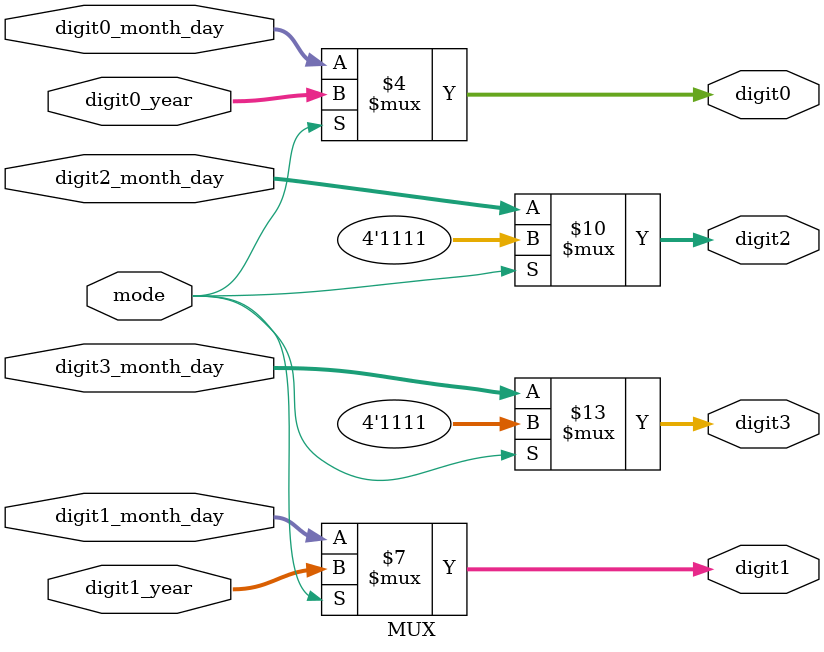
<source format=v>
`timescale 1ns / 1ps
`define SHOW_MONTH_DAY 0
`define SHOW_YEAR 1 

module MUX(
    output reg [3:0]digit3,
    output reg [3:0]digit2,
    output reg [3:0]digit1,
    output reg [3:0]digit0,
    input mode,
    input [3:0]digit3_month_day,
    input [3:0]digit2_month_day,
    input [3:0]digit1_month_day,
    input [3:0]digit0_month_day,
    input [3:0]digit1_year,
    input [3:0]digit0_year
    );
    
always@*
    if (mode == `SHOW_YEAR)   // mode is showing year mode
        begin
            digit3 = 4'b1111;
            digit2 = 4'b1111;
            digit1 = digit1_year;
            digit0 = digit0_year;
        end
    else                        // mode is showing month and day mode
        begin
            digit3 = digit3_month_day;
            digit2 = digit2_month_day;
            digit1 = digit1_month_day;
            digit0 = digit0_month_day;
        end
endmodule

</source>
